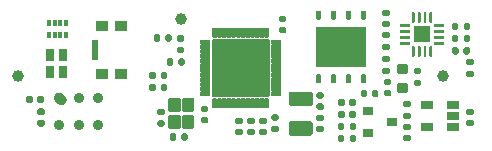
<source format=gbr>
G04 #@! TF.GenerationSoftware,KiCad,Pcbnew,5.1.10-88a1d61d58~90~ubuntu20.04.1*
G04 #@! TF.CreationDate,2021-11-22T21:12:46+01:00*
G04 #@! TF.ProjectId,nRF52832_qfaa,6e524635-3238-4333-925f-716661612e6b,rev?*
G04 #@! TF.SameCoordinates,Original*
G04 #@! TF.FileFunction,Soldermask,Top*
G04 #@! TF.FilePolarity,Negative*
%FSLAX45Y45*%
G04 Gerber Fmt 4.5, Leading zero omitted, Abs format (unit mm)*
G04 Created by KiCad (PCBNEW 5.1.10-88a1d61d58~90~ubuntu20.04.1) date 2021-11-22 21:12:46*
%MOMM*%
%LPD*%
G01*
G04 APERTURE LIST*
%ADD10R,1.450000X1.450000*%
%ADD11R,0.550000X1.700000*%
%ADD12R,1.000000X0.900000*%
%ADD13C,1.000000*%
%ADD14R,0.800000X1.000000*%
%ADD15R,4.300000X3.400000*%
%ADD16C,1.111200*%
%ADD17R,0.400000X0.500000*%
%ADD18R,0.300000X0.500000*%
%ADD19R,0.900000X0.800000*%
%ADD20R,1.060000X0.650000*%
%ADD21C,0.910000*%
G04 APERTURE END LIST*
D10*
X6520580Y-3180460D03*
G36*
G01*
X6626830Y-3092960D02*
X6701830Y-3092960D01*
G75*
G02*
X6708080Y-3099210I0J-6250D01*
G01*
X6708080Y-3111710D01*
G75*
G02*
X6701830Y-3117960I-6250J0D01*
G01*
X6626830Y-3117960D01*
G75*
G02*
X6620580Y-3111710I0J6250D01*
G01*
X6620580Y-3099210D01*
G75*
G02*
X6626830Y-3092960I6250J0D01*
G01*
G37*
G36*
G01*
X6626830Y-3142960D02*
X6701830Y-3142960D01*
G75*
G02*
X6708080Y-3149210I0J-6250D01*
G01*
X6708080Y-3161710D01*
G75*
G02*
X6701830Y-3167960I-6250J0D01*
G01*
X6626830Y-3167960D01*
G75*
G02*
X6620580Y-3161710I0J6250D01*
G01*
X6620580Y-3149210D01*
G75*
G02*
X6626830Y-3142960I6250J0D01*
G01*
G37*
G36*
G01*
X6626830Y-3192960D02*
X6701830Y-3192960D01*
G75*
G02*
X6708080Y-3199210I0J-6250D01*
G01*
X6708080Y-3211710D01*
G75*
G02*
X6701830Y-3217960I-6250J0D01*
G01*
X6626830Y-3217960D01*
G75*
G02*
X6620580Y-3211710I0J6250D01*
G01*
X6620580Y-3199210D01*
G75*
G02*
X6626830Y-3192960I6250J0D01*
G01*
G37*
G36*
G01*
X6626830Y-3242960D02*
X6701830Y-3242960D01*
G75*
G02*
X6708080Y-3249210I0J-6250D01*
G01*
X6708080Y-3261710D01*
G75*
G02*
X6701830Y-3267960I-6250J0D01*
G01*
X6626830Y-3267960D01*
G75*
G02*
X6620580Y-3261710I0J6250D01*
G01*
X6620580Y-3249210D01*
G75*
G02*
X6626830Y-3242960I6250J0D01*
G01*
G37*
G36*
G01*
X6589330Y-3280460D02*
X6601830Y-3280460D01*
G75*
G02*
X6608080Y-3286710I0J-6250D01*
G01*
X6608080Y-3361710D01*
G75*
G02*
X6601830Y-3367960I-6250J0D01*
G01*
X6589330Y-3367960D01*
G75*
G02*
X6583080Y-3361710I0J6250D01*
G01*
X6583080Y-3286710D01*
G75*
G02*
X6589330Y-3280460I6250J0D01*
G01*
G37*
G36*
G01*
X6539330Y-3280460D02*
X6551830Y-3280460D01*
G75*
G02*
X6558080Y-3286710I0J-6250D01*
G01*
X6558080Y-3361710D01*
G75*
G02*
X6551830Y-3367960I-6250J0D01*
G01*
X6539330Y-3367960D01*
G75*
G02*
X6533080Y-3361710I0J6250D01*
G01*
X6533080Y-3286710D01*
G75*
G02*
X6539330Y-3280460I6250J0D01*
G01*
G37*
G36*
G01*
X6489330Y-3280460D02*
X6501830Y-3280460D01*
G75*
G02*
X6508080Y-3286710I0J-6250D01*
G01*
X6508080Y-3361710D01*
G75*
G02*
X6501830Y-3367960I-6250J0D01*
G01*
X6489330Y-3367960D01*
G75*
G02*
X6483080Y-3361710I0J6250D01*
G01*
X6483080Y-3286710D01*
G75*
G02*
X6489330Y-3280460I6250J0D01*
G01*
G37*
G36*
G01*
X6439330Y-3280460D02*
X6451830Y-3280460D01*
G75*
G02*
X6458080Y-3286710I0J-6250D01*
G01*
X6458080Y-3361710D01*
G75*
G02*
X6451830Y-3367960I-6250J0D01*
G01*
X6439330Y-3367960D01*
G75*
G02*
X6433080Y-3361710I0J6250D01*
G01*
X6433080Y-3286710D01*
G75*
G02*
X6439330Y-3280460I6250J0D01*
G01*
G37*
G36*
G01*
X6339330Y-3242960D02*
X6414330Y-3242960D01*
G75*
G02*
X6420580Y-3249210I0J-6250D01*
G01*
X6420580Y-3261710D01*
G75*
G02*
X6414330Y-3267960I-6250J0D01*
G01*
X6339330Y-3267960D01*
G75*
G02*
X6333080Y-3261710I0J6250D01*
G01*
X6333080Y-3249210D01*
G75*
G02*
X6339330Y-3242960I6250J0D01*
G01*
G37*
G36*
G01*
X6339330Y-3192960D02*
X6414330Y-3192960D01*
G75*
G02*
X6420580Y-3199210I0J-6250D01*
G01*
X6420580Y-3211710D01*
G75*
G02*
X6414330Y-3217960I-6250J0D01*
G01*
X6339330Y-3217960D01*
G75*
G02*
X6333080Y-3211710I0J6250D01*
G01*
X6333080Y-3199210D01*
G75*
G02*
X6339330Y-3192960I6250J0D01*
G01*
G37*
G36*
G01*
X6339330Y-3142960D02*
X6414330Y-3142960D01*
G75*
G02*
X6420580Y-3149210I0J-6250D01*
G01*
X6420580Y-3161710D01*
G75*
G02*
X6414330Y-3167960I-6250J0D01*
G01*
X6339330Y-3167960D01*
G75*
G02*
X6333080Y-3161710I0J6250D01*
G01*
X6333080Y-3149210D01*
G75*
G02*
X6339330Y-3142960I6250J0D01*
G01*
G37*
G36*
G01*
X6339330Y-3092960D02*
X6414330Y-3092960D01*
G75*
G02*
X6420580Y-3099210I0J-6250D01*
G01*
X6420580Y-3111710D01*
G75*
G02*
X6414330Y-3117960I-6250J0D01*
G01*
X6339330Y-3117960D01*
G75*
G02*
X6333080Y-3111710I0J6250D01*
G01*
X6333080Y-3099210D01*
G75*
G02*
X6339330Y-3092960I6250J0D01*
G01*
G37*
G36*
G01*
X6439330Y-2992960D02*
X6451830Y-2992960D01*
G75*
G02*
X6458080Y-2999210I0J-6250D01*
G01*
X6458080Y-3074210D01*
G75*
G02*
X6451830Y-3080460I-6250J0D01*
G01*
X6439330Y-3080460D01*
G75*
G02*
X6433080Y-3074210I0J6250D01*
G01*
X6433080Y-2999210D01*
G75*
G02*
X6439330Y-2992960I6250J0D01*
G01*
G37*
G36*
G01*
X6489330Y-2992960D02*
X6501830Y-2992960D01*
G75*
G02*
X6508080Y-2999210I0J-6250D01*
G01*
X6508080Y-3074210D01*
G75*
G02*
X6501830Y-3080460I-6250J0D01*
G01*
X6489330Y-3080460D01*
G75*
G02*
X6483080Y-3074210I0J6250D01*
G01*
X6483080Y-2999210D01*
G75*
G02*
X6489330Y-2992960I6250J0D01*
G01*
G37*
G36*
G01*
X6539330Y-2992960D02*
X6551830Y-2992960D01*
G75*
G02*
X6558080Y-2999210I0J-6250D01*
G01*
X6558080Y-3074210D01*
G75*
G02*
X6551830Y-3080460I-6250J0D01*
G01*
X6539330Y-3080460D01*
G75*
G02*
X6533080Y-3074210I0J6250D01*
G01*
X6533080Y-2999210D01*
G75*
G02*
X6539330Y-2992960I6250J0D01*
G01*
G37*
G36*
G01*
X6589330Y-2992960D02*
X6601830Y-2992960D01*
G75*
G02*
X6608080Y-2999210I0J-6250D01*
G01*
X6608080Y-3074210D01*
G75*
G02*
X6601830Y-3080460I-6250J0D01*
G01*
X6589330Y-3080460D01*
G75*
G02*
X6583080Y-3074210I0J6250D01*
G01*
X6583080Y-2999210D01*
G75*
G02*
X6589330Y-2992960I6250J0D01*
G01*
G37*
D11*
X3751580Y-3312160D03*
D12*
X3814080Y-3107160D03*
X3974080Y-3107160D03*
X3974080Y-3517160D03*
X3814080Y-3517160D03*
D13*
X4475480Y-3045460D03*
G36*
G01*
X4345880Y-3227560D02*
X4345880Y-3193560D01*
G75*
G02*
X4359880Y-3179560I14000J0D01*
G01*
X4387880Y-3179560D01*
G75*
G02*
X4401880Y-3193560I0J-14000D01*
G01*
X4401880Y-3227560D01*
G75*
G02*
X4387880Y-3241560I-14000J0D01*
G01*
X4359880Y-3241560D01*
G75*
G02*
X4345880Y-3227560I0J14000D01*
G01*
G37*
G36*
G01*
X4249880Y-3227560D02*
X4249880Y-3193560D01*
G75*
G02*
X4263880Y-3179560I14000J0D01*
G01*
X4291880Y-3179560D01*
G75*
G02*
X4305880Y-3193560I0J-14000D01*
G01*
X4305880Y-3227560D01*
G75*
G02*
X4291880Y-3241560I-14000J0D01*
G01*
X4263880Y-3241560D01*
G75*
G02*
X4249880Y-3227560I0J14000D01*
G01*
G37*
G36*
G01*
X4953780Y-3979860D02*
X4987780Y-3979860D01*
G75*
G02*
X5001780Y-3993860I0J-14000D01*
G01*
X5001780Y-4021860D01*
G75*
G02*
X4987780Y-4035860I-14000J0D01*
G01*
X4953780Y-4035860D01*
G75*
G02*
X4939780Y-4021860I0J14000D01*
G01*
X4939780Y-3993860D01*
G75*
G02*
X4953780Y-3979860I14000J0D01*
G01*
G37*
G36*
G01*
X4953780Y-3883860D02*
X4987780Y-3883860D01*
G75*
G02*
X5001780Y-3897860I0J-14000D01*
G01*
X5001780Y-3925860D01*
G75*
G02*
X4987780Y-3939860I-14000J0D01*
G01*
X4953780Y-3939860D01*
G75*
G02*
X4939780Y-3925860I0J14000D01*
G01*
X4939780Y-3897860D01*
G75*
G02*
X4953780Y-3883860I14000J0D01*
G01*
G37*
G36*
G01*
X6376180Y-4030660D02*
X6410180Y-4030660D01*
G75*
G02*
X6424180Y-4044660I0J-14000D01*
G01*
X6424180Y-4072660D01*
G75*
G02*
X6410180Y-4086660I-14000J0D01*
G01*
X6376180Y-4086660D01*
G75*
G02*
X6362180Y-4072660I0J14000D01*
G01*
X6362180Y-4044660D01*
G75*
G02*
X6376180Y-4030660I14000J0D01*
G01*
G37*
G36*
G01*
X6376180Y-3934660D02*
X6410180Y-3934660D01*
G75*
G02*
X6424180Y-3948660I0J-14000D01*
G01*
X6424180Y-3976660D01*
G75*
G02*
X6410180Y-3990660I-14000J0D01*
G01*
X6376180Y-3990660D01*
G75*
G02*
X6362180Y-3976660I0J14000D01*
G01*
X6362180Y-3948660D01*
G75*
G02*
X6376180Y-3934660I14000J0D01*
G01*
G37*
G36*
G01*
X6943580Y-3863660D02*
X6909580Y-3863660D01*
G75*
G02*
X6895580Y-3849660I0J14000D01*
G01*
X6895580Y-3821660D01*
G75*
G02*
X6909580Y-3807660I14000J0D01*
G01*
X6943580Y-3807660D01*
G75*
G02*
X6957580Y-3821660I0J-14000D01*
G01*
X6957580Y-3849660D01*
G75*
G02*
X6943580Y-3863660I-14000J0D01*
G01*
G37*
G36*
G01*
X6943580Y-3959660D02*
X6909580Y-3959660D01*
G75*
G02*
X6895580Y-3945660I0J14000D01*
G01*
X6895580Y-3917660D01*
G75*
G02*
X6909580Y-3903660I14000J0D01*
G01*
X6943580Y-3903660D01*
G75*
G02*
X6957580Y-3917660I0J-14000D01*
G01*
X6957580Y-3945660D01*
G75*
G02*
X6943580Y-3959660I-14000J0D01*
G01*
G37*
G36*
G01*
X6198380Y-3065460D02*
X6232380Y-3065460D01*
G75*
G02*
X6246380Y-3079460I0J-14000D01*
G01*
X6246380Y-3107460D01*
G75*
G02*
X6232380Y-3121460I-14000J0D01*
G01*
X6198380Y-3121460D01*
G75*
G02*
X6184380Y-3107460I0J14000D01*
G01*
X6184380Y-3079460D01*
G75*
G02*
X6198380Y-3065460I14000J0D01*
G01*
G37*
G36*
G01*
X6198380Y-2969460D02*
X6232380Y-2969460D01*
G75*
G02*
X6246380Y-2983460I0J-14000D01*
G01*
X6246380Y-3011460D01*
G75*
G02*
X6232380Y-3025460I-14000J0D01*
G01*
X6198380Y-3025460D01*
G75*
G02*
X6184380Y-3011460I0J14000D01*
G01*
X6184380Y-2983460D01*
G75*
G02*
X6198380Y-2969460I14000J0D01*
G01*
G37*
X3096280Y-3533460D03*
X6696280Y-3533460D03*
D14*
X3476380Y-3501460D03*
X3476380Y-3351460D03*
X3366380Y-3351460D03*
X3366380Y-3501460D03*
G36*
G01*
X4497180Y-3719100D02*
X4582180Y-3719100D01*
G75*
G02*
X4592340Y-3729260I0J-10160D01*
G01*
X4592340Y-3824260D01*
G75*
G02*
X4582180Y-3834420I-10160J0D01*
G01*
X4497180Y-3834420D01*
G75*
G02*
X4487020Y-3824260I0J10160D01*
G01*
X4487020Y-3729260D01*
G75*
G02*
X4497180Y-3719100I10160J0D01*
G01*
G37*
G36*
G01*
X4497180Y-3864100D02*
X4582180Y-3864100D01*
G75*
G02*
X4592340Y-3874260I0J-10160D01*
G01*
X4592340Y-3969260D01*
G75*
G02*
X4582180Y-3979420I-10160J0D01*
G01*
X4497180Y-3979420D01*
G75*
G02*
X4487020Y-3969260I0J10160D01*
G01*
X4487020Y-3874260D01*
G75*
G02*
X4497180Y-3864100I10160J0D01*
G01*
G37*
G36*
G01*
X4382180Y-3864100D02*
X4467180Y-3864100D01*
G75*
G02*
X4477340Y-3874260I0J-10160D01*
G01*
X4477340Y-3969260D01*
G75*
G02*
X4467180Y-3979420I-10160J0D01*
G01*
X4382180Y-3979420D01*
G75*
G02*
X4372020Y-3969260I0J10160D01*
G01*
X4372020Y-3874260D01*
G75*
G02*
X4382180Y-3864100I10160J0D01*
G01*
G37*
G36*
G01*
X4382180Y-3719100D02*
X4467180Y-3719100D01*
G75*
G02*
X4477340Y-3729260I0J-10160D01*
G01*
X4477340Y-3824260D01*
G75*
G02*
X4467180Y-3834420I-10160J0D01*
G01*
X4382180Y-3834420D01*
G75*
G02*
X4372020Y-3824260I0J10160D01*
G01*
X4372020Y-3729260D01*
G75*
G02*
X4382180Y-3719100I10160J0D01*
G01*
G37*
G36*
G01*
X5583280Y-3786620D02*
X5403280Y-3786620D01*
G75*
G02*
X5393120Y-3776460I0J10160D01*
G01*
X5393120Y-3676460D01*
G75*
G02*
X5403280Y-3666300I10160J0D01*
G01*
X5583280Y-3666300D01*
G75*
G02*
X5593440Y-3676460I0J-10160D01*
G01*
X5593440Y-3776460D01*
G75*
G02*
X5583280Y-3786620I-10160J0D01*
G01*
G37*
G36*
G01*
X5583280Y-4036620D02*
X5403280Y-4036620D01*
G75*
G02*
X5393120Y-4026460I0J10160D01*
G01*
X5393120Y-3926460D01*
G75*
G02*
X5403280Y-3916300I10160J0D01*
G01*
X5583280Y-3916300D01*
G75*
G02*
X5593440Y-3926460I0J-10160D01*
G01*
X5593440Y-4026460D01*
G75*
G02*
X5583280Y-4036620I-10160J0D01*
G01*
G37*
G36*
G01*
X6012380Y-2979260D02*
X6037380Y-2979260D01*
G75*
G02*
X6049880Y-2991760I0J-12500D01*
G01*
X6049880Y-3041760D01*
G75*
G02*
X6037380Y-3054260I-12500J0D01*
G01*
X6012380Y-3054260D01*
G75*
G02*
X5999880Y-3041760I0J12500D01*
G01*
X5999880Y-2991760D01*
G75*
G02*
X6012380Y-2979260I12500J0D01*
G01*
G37*
G36*
G01*
X5885380Y-2979260D02*
X5910380Y-2979260D01*
G75*
G02*
X5922880Y-2991760I0J-12500D01*
G01*
X5922880Y-3041760D01*
G75*
G02*
X5910380Y-3054260I-12500J0D01*
G01*
X5885380Y-3054260D01*
G75*
G02*
X5872880Y-3041760I0J12500D01*
G01*
X5872880Y-2991760D01*
G75*
G02*
X5885380Y-2979260I12500J0D01*
G01*
G37*
G36*
G01*
X5758380Y-2979260D02*
X5783380Y-2979260D01*
G75*
G02*
X5795880Y-2991760I0J-12500D01*
G01*
X5795880Y-3041760D01*
G75*
G02*
X5783380Y-3054260I-12500J0D01*
G01*
X5758380Y-3054260D01*
G75*
G02*
X5745880Y-3041760I0J12500D01*
G01*
X5745880Y-2991760D01*
G75*
G02*
X5758380Y-2979260I12500J0D01*
G01*
G37*
G36*
G01*
X5631380Y-2979260D02*
X5656380Y-2979260D01*
G75*
G02*
X5668880Y-2991760I0J-12500D01*
G01*
X5668880Y-3041760D01*
G75*
G02*
X5656380Y-3054260I-12500J0D01*
G01*
X5631380Y-3054260D01*
G75*
G02*
X5618880Y-3041760I0J12500D01*
G01*
X5618880Y-2991760D01*
G75*
G02*
X5631380Y-2979260I12500J0D01*
G01*
G37*
G36*
G01*
X5631380Y-3519260D02*
X5656380Y-3519260D01*
G75*
G02*
X5668880Y-3531760I0J-12500D01*
G01*
X5668880Y-3581760D01*
G75*
G02*
X5656380Y-3594260I-12500J0D01*
G01*
X5631380Y-3594260D01*
G75*
G02*
X5618880Y-3581760I0J12500D01*
G01*
X5618880Y-3531760D01*
G75*
G02*
X5631380Y-3519260I12500J0D01*
G01*
G37*
G36*
G01*
X5758380Y-3519260D02*
X5783380Y-3519260D01*
G75*
G02*
X5795880Y-3531760I0J-12500D01*
G01*
X5795880Y-3581760D01*
G75*
G02*
X5783380Y-3594260I-12500J0D01*
G01*
X5758380Y-3594260D01*
G75*
G02*
X5745880Y-3581760I0J12500D01*
G01*
X5745880Y-3531760D01*
G75*
G02*
X5758380Y-3519260I12500J0D01*
G01*
G37*
G36*
G01*
X5885380Y-3519260D02*
X5910380Y-3519260D01*
G75*
G02*
X5922880Y-3531760I0J-12500D01*
G01*
X5922880Y-3581760D01*
G75*
G02*
X5910380Y-3594260I-12500J0D01*
G01*
X5885380Y-3594260D01*
G75*
G02*
X5872880Y-3581760I0J12500D01*
G01*
X5872880Y-3531760D01*
G75*
G02*
X5885380Y-3519260I12500J0D01*
G01*
G37*
G36*
G01*
X6012380Y-3519260D02*
X6037380Y-3519260D01*
G75*
G02*
X6049880Y-3531760I0J-12500D01*
G01*
X6049880Y-3581760D01*
G75*
G02*
X6037380Y-3594260I-12500J0D01*
G01*
X6012380Y-3594260D01*
G75*
G02*
X5999880Y-3581760I0J12500D01*
G01*
X5999880Y-3531760D01*
G75*
G02*
X6012380Y-3519260I12500J0D01*
G01*
G37*
D15*
X5834380Y-3286760D03*
G36*
G01*
X5327740Y-3670448D02*
X5327740Y-3698672D01*
G75*
G02*
X5321692Y-3704720I-6048J0D01*
G01*
X5248468Y-3704720D01*
G75*
G02*
X5242420Y-3698672I0J6048D01*
G01*
X5242420Y-3670448D01*
G75*
G02*
X5248468Y-3664400I6048J0D01*
G01*
X5321692Y-3664400D01*
G75*
G02*
X5327740Y-3670448I0J-6048D01*
G01*
G37*
G36*
G01*
X5327740Y-3630448D02*
X5327740Y-3658672D01*
G75*
G02*
X5321692Y-3664720I-6048J0D01*
G01*
X5248468Y-3664720D01*
G75*
G02*
X5242420Y-3658672I0J6048D01*
G01*
X5242420Y-3630448D01*
G75*
G02*
X5248468Y-3624400I6048J0D01*
G01*
X5321692Y-3624400D01*
G75*
G02*
X5327740Y-3630448I0J-6048D01*
G01*
G37*
G36*
G01*
X5327740Y-3590448D02*
X5327740Y-3618672D01*
G75*
G02*
X5321692Y-3624720I-6048J0D01*
G01*
X5248468Y-3624720D01*
G75*
G02*
X5242420Y-3618672I0J6048D01*
G01*
X5242420Y-3590448D01*
G75*
G02*
X5248468Y-3584400I6048J0D01*
G01*
X5321692Y-3584400D01*
G75*
G02*
X5327740Y-3590448I0J-6048D01*
G01*
G37*
G36*
G01*
X5327740Y-3550448D02*
X5327740Y-3578672D01*
G75*
G02*
X5321692Y-3584720I-6048J0D01*
G01*
X5248468Y-3584720D01*
G75*
G02*
X5242420Y-3578672I0J6048D01*
G01*
X5242420Y-3550448D01*
G75*
G02*
X5248468Y-3544400I6048J0D01*
G01*
X5321692Y-3544400D01*
G75*
G02*
X5327740Y-3550448I0J-6048D01*
G01*
G37*
G36*
G01*
X5327740Y-3510448D02*
X5327740Y-3538672D01*
G75*
G02*
X5321692Y-3544720I-6048J0D01*
G01*
X5248468Y-3544720D01*
G75*
G02*
X5242420Y-3538672I0J6048D01*
G01*
X5242420Y-3510448D01*
G75*
G02*
X5248468Y-3504400I6048J0D01*
G01*
X5321692Y-3504400D01*
G75*
G02*
X5327740Y-3510448I0J-6048D01*
G01*
G37*
G36*
G01*
X5327740Y-3470448D02*
X5327740Y-3498672D01*
G75*
G02*
X5321692Y-3504720I-6048J0D01*
G01*
X5248468Y-3504720D01*
G75*
G02*
X5242420Y-3498672I0J6048D01*
G01*
X5242420Y-3470448D01*
G75*
G02*
X5248468Y-3464400I6048J0D01*
G01*
X5321692Y-3464400D01*
G75*
G02*
X5327740Y-3470448I0J-6048D01*
G01*
G37*
G36*
G01*
X5327740Y-3430448D02*
X5327740Y-3458672D01*
G75*
G02*
X5321692Y-3464720I-6048J0D01*
G01*
X5248468Y-3464720D01*
G75*
G02*
X5242420Y-3458672I0J6048D01*
G01*
X5242420Y-3430448D01*
G75*
G02*
X5248468Y-3424400I6048J0D01*
G01*
X5321692Y-3424400D01*
G75*
G02*
X5327740Y-3430448I0J-6048D01*
G01*
G37*
G36*
G01*
X5327740Y-3390448D02*
X5327740Y-3418672D01*
G75*
G02*
X5321692Y-3424720I-6048J0D01*
G01*
X5248468Y-3424720D01*
G75*
G02*
X5242420Y-3418672I0J6048D01*
G01*
X5242420Y-3390448D01*
G75*
G02*
X5248468Y-3384400I6048J0D01*
G01*
X5321692Y-3384400D01*
G75*
G02*
X5327740Y-3390448I0J-6048D01*
G01*
G37*
G36*
G01*
X5327740Y-3350448D02*
X5327740Y-3378672D01*
G75*
G02*
X5321692Y-3384720I-6048J0D01*
G01*
X5248468Y-3384720D01*
G75*
G02*
X5242420Y-3378672I0J6048D01*
G01*
X5242420Y-3350448D01*
G75*
G02*
X5248468Y-3344400I6048J0D01*
G01*
X5321692Y-3344400D01*
G75*
G02*
X5327740Y-3350448I0J-6048D01*
G01*
G37*
G36*
G01*
X5327740Y-3310448D02*
X5327740Y-3338672D01*
G75*
G02*
X5321692Y-3344720I-6048J0D01*
G01*
X5248468Y-3344720D01*
G75*
G02*
X5242420Y-3338672I0J6048D01*
G01*
X5242420Y-3310448D01*
G75*
G02*
X5248468Y-3304400I6048J0D01*
G01*
X5321692Y-3304400D01*
G75*
G02*
X5327740Y-3310448I0J-6048D01*
G01*
G37*
G36*
G01*
X5327740Y-3270448D02*
X5327740Y-3298672D01*
G75*
G02*
X5321692Y-3304720I-6048J0D01*
G01*
X5248468Y-3304720D01*
G75*
G02*
X5242420Y-3298672I0J6048D01*
G01*
X5242420Y-3270448D01*
G75*
G02*
X5248468Y-3264400I6048J0D01*
G01*
X5321692Y-3264400D01*
G75*
G02*
X5327740Y-3270448I0J-6048D01*
G01*
G37*
G36*
G01*
X5327740Y-3230448D02*
X5327740Y-3258672D01*
G75*
G02*
X5321692Y-3264720I-6048J0D01*
G01*
X5248468Y-3264720D01*
G75*
G02*
X5242420Y-3258672I0J6048D01*
G01*
X5242420Y-3230448D01*
G75*
G02*
X5248468Y-3224400I6048J0D01*
G01*
X5321692Y-3224400D01*
G75*
G02*
X5327740Y-3230448I0J-6048D01*
G01*
G37*
G36*
G01*
X5190968Y-3121900D02*
X5219192Y-3121900D01*
G75*
G02*
X5225240Y-3127948I0J-6048D01*
G01*
X5225240Y-3201172D01*
G75*
G02*
X5219192Y-3207220I-6048J0D01*
G01*
X5190968Y-3207220D01*
G75*
G02*
X5184920Y-3201172I0J6048D01*
G01*
X5184920Y-3127948D01*
G75*
G02*
X5190968Y-3121900I6048J0D01*
G01*
G37*
G36*
G01*
X5150968Y-3121900D02*
X5179192Y-3121900D01*
G75*
G02*
X5185240Y-3127948I0J-6048D01*
G01*
X5185240Y-3201172D01*
G75*
G02*
X5179192Y-3207220I-6048J0D01*
G01*
X5150968Y-3207220D01*
G75*
G02*
X5144920Y-3201172I0J6048D01*
G01*
X5144920Y-3127948D01*
G75*
G02*
X5150968Y-3121900I6048J0D01*
G01*
G37*
G36*
G01*
X5110968Y-3121900D02*
X5139192Y-3121900D01*
G75*
G02*
X5145240Y-3127948I0J-6048D01*
G01*
X5145240Y-3201172D01*
G75*
G02*
X5139192Y-3207220I-6048J0D01*
G01*
X5110968Y-3207220D01*
G75*
G02*
X5104920Y-3201172I0J6048D01*
G01*
X5104920Y-3127948D01*
G75*
G02*
X5110968Y-3121900I6048J0D01*
G01*
G37*
G36*
G01*
X5070968Y-3121900D02*
X5099192Y-3121900D01*
G75*
G02*
X5105240Y-3127948I0J-6048D01*
G01*
X5105240Y-3201172D01*
G75*
G02*
X5099192Y-3207220I-6048J0D01*
G01*
X5070968Y-3207220D01*
G75*
G02*
X5064920Y-3201172I0J6048D01*
G01*
X5064920Y-3127948D01*
G75*
G02*
X5070968Y-3121900I6048J0D01*
G01*
G37*
G36*
G01*
X5030968Y-3121900D02*
X5059192Y-3121900D01*
G75*
G02*
X5065240Y-3127948I0J-6048D01*
G01*
X5065240Y-3201172D01*
G75*
G02*
X5059192Y-3207220I-6048J0D01*
G01*
X5030968Y-3207220D01*
G75*
G02*
X5024920Y-3201172I0J6048D01*
G01*
X5024920Y-3127948D01*
G75*
G02*
X5030968Y-3121900I6048J0D01*
G01*
G37*
G36*
G01*
X4990968Y-3121900D02*
X5019192Y-3121900D01*
G75*
G02*
X5025240Y-3127948I0J-6048D01*
G01*
X5025240Y-3201172D01*
G75*
G02*
X5019192Y-3207220I-6048J0D01*
G01*
X4990968Y-3207220D01*
G75*
G02*
X4984920Y-3201172I0J6048D01*
G01*
X4984920Y-3127948D01*
G75*
G02*
X4990968Y-3121900I6048J0D01*
G01*
G37*
G36*
G01*
X4950968Y-3121900D02*
X4979192Y-3121900D01*
G75*
G02*
X4985240Y-3127948I0J-6048D01*
G01*
X4985240Y-3201172D01*
G75*
G02*
X4979192Y-3207220I-6048J0D01*
G01*
X4950968Y-3207220D01*
G75*
G02*
X4944920Y-3201172I0J6048D01*
G01*
X4944920Y-3127948D01*
G75*
G02*
X4950968Y-3121900I6048J0D01*
G01*
G37*
G36*
G01*
X4910968Y-3121900D02*
X4939192Y-3121900D01*
G75*
G02*
X4945240Y-3127948I0J-6048D01*
G01*
X4945240Y-3201172D01*
G75*
G02*
X4939192Y-3207220I-6048J0D01*
G01*
X4910968Y-3207220D01*
G75*
G02*
X4904920Y-3201172I0J6048D01*
G01*
X4904920Y-3127948D01*
G75*
G02*
X4910968Y-3121900I6048J0D01*
G01*
G37*
G36*
G01*
X4870968Y-3121900D02*
X4899192Y-3121900D01*
G75*
G02*
X4905240Y-3127948I0J-6048D01*
G01*
X4905240Y-3201172D01*
G75*
G02*
X4899192Y-3207220I-6048J0D01*
G01*
X4870968Y-3207220D01*
G75*
G02*
X4864920Y-3201172I0J6048D01*
G01*
X4864920Y-3127948D01*
G75*
G02*
X4870968Y-3121900I6048J0D01*
G01*
G37*
G36*
G01*
X4830968Y-3121900D02*
X4859192Y-3121900D01*
G75*
G02*
X4865240Y-3127948I0J-6048D01*
G01*
X4865240Y-3201172D01*
G75*
G02*
X4859192Y-3207220I-6048J0D01*
G01*
X4830968Y-3207220D01*
G75*
G02*
X4824920Y-3201172I0J6048D01*
G01*
X4824920Y-3127948D01*
G75*
G02*
X4830968Y-3121900I6048J0D01*
G01*
G37*
G36*
G01*
X4790968Y-3121900D02*
X4819192Y-3121900D01*
G75*
G02*
X4825240Y-3127948I0J-6048D01*
G01*
X4825240Y-3201172D01*
G75*
G02*
X4819192Y-3207220I-6048J0D01*
G01*
X4790968Y-3207220D01*
G75*
G02*
X4784920Y-3201172I0J6048D01*
G01*
X4784920Y-3127948D01*
G75*
G02*
X4790968Y-3121900I6048J0D01*
G01*
G37*
G36*
G01*
X4750968Y-3121900D02*
X4779192Y-3121900D01*
G75*
G02*
X4785240Y-3127948I0J-6048D01*
G01*
X4785240Y-3201172D01*
G75*
G02*
X4779192Y-3207220I-6048J0D01*
G01*
X4750968Y-3207220D01*
G75*
G02*
X4744920Y-3201172I0J6048D01*
G01*
X4744920Y-3127948D01*
G75*
G02*
X4750968Y-3121900I6048J0D01*
G01*
G37*
G36*
G01*
X4642420Y-3258672D02*
X4642420Y-3230448D01*
G75*
G02*
X4648468Y-3224400I6048J0D01*
G01*
X4721692Y-3224400D01*
G75*
G02*
X4727740Y-3230448I0J-6048D01*
G01*
X4727740Y-3258672D01*
G75*
G02*
X4721692Y-3264720I-6048J0D01*
G01*
X4648468Y-3264720D01*
G75*
G02*
X4642420Y-3258672I0J6048D01*
G01*
G37*
G36*
G01*
X4642420Y-3298672D02*
X4642420Y-3270448D01*
G75*
G02*
X4648468Y-3264400I6048J0D01*
G01*
X4721692Y-3264400D01*
G75*
G02*
X4727740Y-3270448I0J-6048D01*
G01*
X4727740Y-3298672D01*
G75*
G02*
X4721692Y-3304720I-6048J0D01*
G01*
X4648468Y-3304720D01*
G75*
G02*
X4642420Y-3298672I0J6048D01*
G01*
G37*
G36*
G01*
X4642420Y-3338672D02*
X4642420Y-3310448D01*
G75*
G02*
X4648468Y-3304400I6048J0D01*
G01*
X4721692Y-3304400D01*
G75*
G02*
X4727740Y-3310448I0J-6048D01*
G01*
X4727740Y-3338672D01*
G75*
G02*
X4721692Y-3344720I-6048J0D01*
G01*
X4648468Y-3344720D01*
G75*
G02*
X4642420Y-3338672I0J6048D01*
G01*
G37*
G36*
G01*
X4642420Y-3378672D02*
X4642420Y-3350448D01*
G75*
G02*
X4648468Y-3344400I6048J0D01*
G01*
X4721692Y-3344400D01*
G75*
G02*
X4727740Y-3350448I0J-6048D01*
G01*
X4727740Y-3378672D01*
G75*
G02*
X4721692Y-3384720I-6048J0D01*
G01*
X4648468Y-3384720D01*
G75*
G02*
X4642420Y-3378672I0J6048D01*
G01*
G37*
G36*
G01*
X4642420Y-3418672D02*
X4642420Y-3390448D01*
G75*
G02*
X4648468Y-3384400I6048J0D01*
G01*
X4721692Y-3384400D01*
G75*
G02*
X4727740Y-3390448I0J-6048D01*
G01*
X4727740Y-3418672D01*
G75*
G02*
X4721692Y-3424720I-6048J0D01*
G01*
X4648468Y-3424720D01*
G75*
G02*
X4642420Y-3418672I0J6048D01*
G01*
G37*
G36*
G01*
X4642420Y-3458672D02*
X4642420Y-3430448D01*
G75*
G02*
X4648468Y-3424400I6048J0D01*
G01*
X4721692Y-3424400D01*
G75*
G02*
X4727740Y-3430448I0J-6048D01*
G01*
X4727740Y-3458672D01*
G75*
G02*
X4721692Y-3464720I-6048J0D01*
G01*
X4648468Y-3464720D01*
G75*
G02*
X4642420Y-3458672I0J6048D01*
G01*
G37*
G36*
G01*
X4642420Y-3498672D02*
X4642420Y-3470448D01*
G75*
G02*
X4648468Y-3464400I6048J0D01*
G01*
X4721692Y-3464400D01*
G75*
G02*
X4727740Y-3470448I0J-6048D01*
G01*
X4727740Y-3498672D01*
G75*
G02*
X4721692Y-3504720I-6048J0D01*
G01*
X4648468Y-3504720D01*
G75*
G02*
X4642420Y-3498672I0J6048D01*
G01*
G37*
G36*
G01*
X4642420Y-3538672D02*
X4642420Y-3510448D01*
G75*
G02*
X4648468Y-3504400I6048J0D01*
G01*
X4721692Y-3504400D01*
G75*
G02*
X4727740Y-3510448I0J-6048D01*
G01*
X4727740Y-3538672D01*
G75*
G02*
X4721692Y-3544720I-6048J0D01*
G01*
X4648468Y-3544720D01*
G75*
G02*
X4642420Y-3538672I0J6048D01*
G01*
G37*
G36*
G01*
X4642420Y-3578672D02*
X4642420Y-3550448D01*
G75*
G02*
X4648468Y-3544400I6048J0D01*
G01*
X4721692Y-3544400D01*
G75*
G02*
X4727740Y-3550448I0J-6048D01*
G01*
X4727740Y-3578672D01*
G75*
G02*
X4721692Y-3584720I-6048J0D01*
G01*
X4648468Y-3584720D01*
G75*
G02*
X4642420Y-3578672I0J6048D01*
G01*
G37*
G36*
G01*
X4642420Y-3618672D02*
X4642420Y-3590448D01*
G75*
G02*
X4648468Y-3584400I6048J0D01*
G01*
X4721692Y-3584400D01*
G75*
G02*
X4727740Y-3590448I0J-6048D01*
G01*
X4727740Y-3618672D01*
G75*
G02*
X4721692Y-3624720I-6048J0D01*
G01*
X4648468Y-3624720D01*
G75*
G02*
X4642420Y-3618672I0J6048D01*
G01*
G37*
G36*
G01*
X4642420Y-3658672D02*
X4642420Y-3630448D01*
G75*
G02*
X4648468Y-3624400I6048J0D01*
G01*
X4721692Y-3624400D01*
G75*
G02*
X4727740Y-3630448I0J-6048D01*
G01*
X4727740Y-3658672D01*
G75*
G02*
X4721692Y-3664720I-6048J0D01*
G01*
X4648468Y-3664720D01*
G75*
G02*
X4642420Y-3658672I0J6048D01*
G01*
G37*
G36*
G01*
X4642420Y-3698672D02*
X4642420Y-3670448D01*
G75*
G02*
X4648468Y-3664400I6048J0D01*
G01*
X4721692Y-3664400D01*
G75*
G02*
X4727740Y-3670448I0J-6048D01*
G01*
X4727740Y-3698672D01*
G75*
G02*
X4721692Y-3704720I-6048J0D01*
G01*
X4648468Y-3704720D01*
G75*
G02*
X4642420Y-3698672I0J6048D01*
G01*
G37*
G36*
G01*
X4779192Y-3807220D02*
X4750968Y-3807220D01*
G75*
G02*
X4744920Y-3801172I0J6048D01*
G01*
X4744920Y-3727948D01*
G75*
G02*
X4750968Y-3721900I6048J0D01*
G01*
X4779192Y-3721900D01*
G75*
G02*
X4785240Y-3727948I0J-6048D01*
G01*
X4785240Y-3801172D01*
G75*
G02*
X4779192Y-3807220I-6048J0D01*
G01*
G37*
G36*
G01*
X4819192Y-3807220D02*
X4790968Y-3807220D01*
G75*
G02*
X4784920Y-3801172I0J6048D01*
G01*
X4784920Y-3727948D01*
G75*
G02*
X4790968Y-3721900I6048J0D01*
G01*
X4819192Y-3721900D01*
G75*
G02*
X4825240Y-3727948I0J-6048D01*
G01*
X4825240Y-3801172D01*
G75*
G02*
X4819192Y-3807220I-6048J0D01*
G01*
G37*
G36*
G01*
X4859192Y-3807220D02*
X4830968Y-3807220D01*
G75*
G02*
X4824920Y-3801172I0J6048D01*
G01*
X4824920Y-3727948D01*
G75*
G02*
X4830968Y-3721900I6048J0D01*
G01*
X4859192Y-3721900D01*
G75*
G02*
X4865240Y-3727948I0J-6048D01*
G01*
X4865240Y-3801172D01*
G75*
G02*
X4859192Y-3807220I-6048J0D01*
G01*
G37*
G36*
G01*
X4899192Y-3807220D02*
X4870968Y-3807220D01*
G75*
G02*
X4864920Y-3801172I0J6048D01*
G01*
X4864920Y-3727948D01*
G75*
G02*
X4870968Y-3721900I6048J0D01*
G01*
X4899192Y-3721900D01*
G75*
G02*
X4905240Y-3727948I0J-6048D01*
G01*
X4905240Y-3801172D01*
G75*
G02*
X4899192Y-3807220I-6048J0D01*
G01*
G37*
G36*
G01*
X4939192Y-3807220D02*
X4910968Y-3807220D01*
G75*
G02*
X4904920Y-3801172I0J6048D01*
G01*
X4904920Y-3727948D01*
G75*
G02*
X4910968Y-3721900I6048J0D01*
G01*
X4939192Y-3721900D01*
G75*
G02*
X4945240Y-3727948I0J-6048D01*
G01*
X4945240Y-3801172D01*
G75*
G02*
X4939192Y-3807220I-6048J0D01*
G01*
G37*
G36*
G01*
X4979192Y-3807220D02*
X4950968Y-3807220D01*
G75*
G02*
X4944920Y-3801172I0J6048D01*
G01*
X4944920Y-3727948D01*
G75*
G02*
X4950968Y-3721900I6048J0D01*
G01*
X4979192Y-3721900D01*
G75*
G02*
X4985240Y-3727948I0J-6048D01*
G01*
X4985240Y-3801172D01*
G75*
G02*
X4979192Y-3807220I-6048J0D01*
G01*
G37*
G36*
G01*
X5019192Y-3807220D02*
X4990968Y-3807220D01*
G75*
G02*
X4984920Y-3801172I0J6048D01*
G01*
X4984920Y-3727948D01*
G75*
G02*
X4990968Y-3721900I6048J0D01*
G01*
X5019192Y-3721900D01*
G75*
G02*
X5025240Y-3727948I0J-6048D01*
G01*
X5025240Y-3801172D01*
G75*
G02*
X5019192Y-3807220I-6048J0D01*
G01*
G37*
G36*
G01*
X5059192Y-3807220D02*
X5030968Y-3807220D01*
G75*
G02*
X5024920Y-3801172I0J6048D01*
G01*
X5024920Y-3727948D01*
G75*
G02*
X5030968Y-3721900I6048J0D01*
G01*
X5059192Y-3721900D01*
G75*
G02*
X5065240Y-3727948I0J-6048D01*
G01*
X5065240Y-3801172D01*
G75*
G02*
X5059192Y-3807220I-6048J0D01*
G01*
G37*
G36*
G01*
X5099192Y-3807220D02*
X5070968Y-3807220D01*
G75*
G02*
X5064920Y-3801172I0J6048D01*
G01*
X5064920Y-3727948D01*
G75*
G02*
X5070968Y-3721900I6048J0D01*
G01*
X5099192Y-3721900D01*
G75*
G02*
X5105240Y-3727948I0J-6048D01*
G01*
X5105240Y-3801172D01*
G75*
G02*
X5099192Y-3807220I-6048J0D01*
G01*
G37*
G36*
G01*
X5139192Y-3807220D02*
X5110968Y-3807220D01*
G75*
G02*
X5104920Y-3801172I0J6048D01*
G01*
X5104920Y-3727948D01*
G75*
G02*
X5110968Y-3721900I6048J0D01*
G01*
X5139192Y-3721900D01*
G75*
G02*
X5145240Y-3727948I0J-6048D01*
G01*
X5145240Y-3801172D01*
G75*
G02*
X5139192Y-3807220I-6048J0D01*
G01*
G37*
G36*
G01*
X5179192Y-3807220D02*
X5150968Y-3807220D01*
G75*
G02*
X5144920Y-3801172I0J6048D01*
G01*
X5144920Y-3727948D01*
G75*
G02*
X5150968Y-3721900I6048J0D01*
G01*
X5179192Y-3721900D01*
G75*
G02*
X5185240Y-3727948I0J-6048D01*
G01*
X5185240Y-3801172D01*
G75*
G02*
X5179192Y-3807220I-6048J0D01*
G01*
G37*
G36*
G01*
X5219192Y-3807220D02*
X5190968Y-3807220D01*
G75*
G02*
X5184920Y-3801172I0J6048D01*
G01*
X5184920Y-3727948D01*
G75*
G02*
X5190968Y-3721900I6048J0D01*
G01*
X5219192Y-3721900D01*
G75*
G02*
X5225240Y-3727948I0J-6048D01*
G01*
X5225240Y-3801172D01*
G75*
G02*
X5219192Y-3807220I-6048J0D01*
G01*
G37*
G36*
G01*
X5220080Y-3709720D02*
X4750080Y-3709720D01*
G75*
G02*
X4739920Y-3699560I0J10160D01*
G01*
X4739920Y-3229560D01*
G75*
G02*
X4750080Y-3219400I10160J0D01*
G01*
X5220080Y-3219400D01*
G75*
G02*
X5230240Y-3229560I0J-10160D01*
G01*
X5230240Y-3699560D01*
G75*
G02*
X5220080Y-3709720I-10160J0D01*
G01*
G37*
D16*
X5165080Y-3644560D03*
X5165080Y-3524560D03*
X5165080Y-3404560D03*
X5165080Y-3284560D03*
X5045080Y-3644560D03*
X5045080Y-3524560D03*
X5045080Y-3404560D03*
X5045080Y-3284560D03*
X4925080Y-3644560D03*
X4925080Y-3524560D03*
X4925080Y-3404560D03*
X4925080Y-3284560D03*
X4805080Y-3644560D03*
X4805080Y-3524560D03*
X4805080Y-3404560D03*
X4805080Y-3284560D03*
D17*
X3359080Y-3184360D03*
D18*
X3409080Y-3184360D03*
D17*
X3509080Y-3184360D03*
D18*
X3459080Y-3184360D03*
D17*
X3359080Y-3084360D03*
D18*
X3459080Y-3084360D03*
X3409080Y-3084360D03*
D17*
X3509080Y-3084360D03*
G36*
G01*
X4492480Y-3244160D02*
X4458480Y-3244160D01*
G75*
G02*
X4444480Y-3230160I0J14000D01*
G01*
X4444480Y-3202160D01*
G75*
G02*
X4458480Y-3188160I14000J0D01*
G01*
X4492480Y-3188160D01*
G75*
G02*
X4506480Y-3202160I0J-14000D01*
G01*
X4506480Y-3230160D01*
G75*
G02*
X4492480Y-3244160I-14000J0D01*
G01*
G37*
G36*
G01*
X4492480Y-3340160D02*
X4458480Y-3340160D01*
G75*
G02*
X4444480Y-3326160I0J14000D01*
G01*
X4444480Y-3298160D01*
G75*
G02*
X4458480Y-3284160I14000J0D01*
G01*
X4492480Y-3284160D01*
G75*
G02*
X4506480Y-3298160I0J-14000D01*
G01*
X4506480Y-3326160D01*
G75*
G02*
X4492480Y-3340160I-14000J0D01*
G01*
G37*
G36*
G01*
X3223580Y-3714260D02*
X3223580Y-3748260D01*
G75*
G02*
X3209580Y-3762260I-14000J0D01*
G01*
X3181580Y-3762260D01*
G75*
G02*
X3167580Y-3748260I0J14000D01*
G01*
X3167580Y-3714260D01*
G75*
G02*
X3181580Y-3700260I14000J0D01*
G01*
X3209580Y-3700260D01*
G75*
G02*
X3223580Y-3714260I0J-14000D01*
G01*
G37*
G36*
G01*
X3319580Y-3714260D02*
X3319580Y-3748260D01*
G75*
G02*
X3305580Y-3762260I-14000J0D01*
G01*
X3277580Y-3762260D01*
G75*
G02*
X3263580Y-3748260I0J14000D01*
G01*
X3263580Y-3714260D01*
G75*
G02*
X3277580Y-3700260I14000J0D01*
G01*
X3305580Y-3700260D01*
G75*
G02*
X3319580Y-3714260I0J-14000D01*
G01*
G37*
G36*
G01*
X6830380Y-3303060D02*
X6830380Y-3337060D01*
G75*
G02*
X6816380Y-3351060I-14000J0D01*
G01*
X6788380Y-3351060D01*
G75*
G02*
X6774380Y-3337060I0J14000D01*
G01*
X6774380Y-3303060D01*
G75*
G02*
X6788380Y-3289060I14000J0D01*
G01*
X6816380Y-3289060D01*
G75*
G02*
X6830380Y-3303060I0J-14000D01*
G01*
G37*
G36*
G01*
X6926380Y-3303060D02*
X6926380Y-3337060D01*
G75*
G02*
X6912380Y-3351060I-14000J0D01*
G01*
X6884380Y-3351060D01*
G75*
G02*
X6870380Y-3337060I0J14000D01*
G01*
X6870380Y-3303060D01*
G75*
G02*
X6884380Y-3289060I14000J0D01*
G01*
X6912380Y-3289060D01*
G75*
G02*
X6926380Y-3303060I0J-14000D01*
G01*
G37*
G36*
G01*
X6055680Y-3663460D02*
X6055680Y-3697460D01*
G75*
G02*
X6041680Y-3711460I-14000J0D01*
G01*
X6013680Y-3711460D01*
G75*
G02*
X5999680Y-3697460I0J14000D01*
G01*
X5999680Y-3663460D01*
G75*
G02*
X6013680Y-3649460I14000J0D01*
G01*
X6041680Y-3649460D01*
G75*
G02*
X6055680Y-3663460I0J-14000D01*
G01*
G37*
G36*
G01*
X6151680Y-3663460D02*
X6151680Y-3697460D01*
G75*
G02*
X6137680Y-3711460I-14000J0D01*
G01*
X6109680Y-3711460D01*
G75*
G02*
X6095680Y-3697460I0J14000D01*
G01*
X6095680Y-3663460D01*
G75*
G02*
X6109680Y-3649460I14000J0D01*
G01*
X6137680Y-3649460D01*
G75*
G02*
X6151680Y-3663460I0J-14000D01*
G01*
G37*
G36*
G01*
X6245080Y-3609660D02*
X6211080Y-3609660D01*
G75*
G02*
X6197080Y-3595660I0J14000D01*
G01*
X6197080Y-3567660D01*
G75*
G02*
X6211080Y-3553660I14000J0D01*
G01*
X6245080Y-3553660D01*
G75*
G02*
X6259080Y-3567660I0J-14000D01*
G01*
X6259080Y-3595660D01*
G75*
G02*
X6245080Y-3609660I-14000J0D01*
G01*
G37*
G36*
G01*
X6245080Y-3705660D02*
X6211080Y-3705660D01*
G75*
G02*
X6197080Y-3691660I0J14000D01*
G01*
X6197080Y-3663660D01*
G75*
G02*
X6211080Y-3649660I14000J0D01*
G01*
X6245080Y-3649660D01*
G75*
G02*
X6259080Y-3663660I0J-14000D01*
G01*
X6259080Y-3691660D01*
G75*
G02*
X6245080Y-3705660I-14000J0D01*
G01*
G37*
G36*
G01*
X5865180Y-3739660D02*
X5865180Y-3773660D01*
G75*
G02*
X5851180Y-3787660I-14000J0D01*
G01*
X5823180Y-3787660D01*
G75*
G02*
X5809180Y-3773660I0J14000D01*
G01*
X5809180Y-3739660D01*
G75*
G02*
X5823180Y-3725660I14000J0D01*
G01*
X5851180Y-3725660D01*
G75*
G02*
X5865180Y-3739660I0J-14000D01*
G01*
G37*
G36*
G01*
X5961180Y-3739660D02*
X5961180Y-3773660D01*
G75*
G02*
X5947180Y-3787660I-14000J0D01*
G01*
X5919180Y-3787660D01*
G75*
G02*
X5905180Y-3773660I0J14000D01*
G01*
X5905180Y-3739660D01*
G75*
G02*
X5919180Y-3725660I14000J0D01*
G01*
X5947180Y-3725660D01*
G75*
G02*
X5961180Y-3739660I0J-14000D01*
G01*
G37*
G36*
G01*
X5673580Y-3723960D02*
X5639580Y-3723960D01*
G75*
G02*
X5625580Y-3709960I0J14000D01*
G01*
X5625580Y-3681960D01*
G75*
G02*
X5639580Y-3667960I14000J0D01*
G01*
X5673580Y-3667960D01*
G75*
G02*
X5687580Y-3681960I0J-14000D01*
G01*
X5687580Y-3709960D01*
G75*
G02*
X5673580Y-3723960I-14000J0D01*
G01*
G37*
G36*
G01*
X5673580Y-3819960D02*
X5639580Y-3819960D01*
G75*
G02*
X5625580Y-3805960I0J14000D01*
G01*
X5625580Y-3777960D01*
G75*
G02*
X5639580Y-3763960I14000J0D01*
G01*
X5673580Y-3763960D01*
G75*
G02*
X5687580Y-3777960I0J-14000D01*
G01*
X5687580Y-3805960D01*
G75*
G02*
X5673580Y-3819960I-14000J0D01*
G01*
G37*
G36*
G01*
X5639580Y-3954460D02*
X5673580Y-3954460D01*
G75*
G02*
X5687580Y-3968460I0J-14000D01*
G01*
X5687580Y-3996460D01*
G75*
G02*
X5673580Y-4010460I-14000J0D01*
G01*
X5639580Y-4010460D01*
G75*
G02*
X5625580Y-3996460I0J14000D01*
G01*
X5625580Y-3968460D01*
G75*
G02*
X5639580Y-3954460I14000J0D01*
G01*
G37*
G36*
G01*
X5639580Y-3858460D02*
X5673580Y-3858460D01*
G75*
G02*
X5687580Y-3872460I0J-14000D01*
G01*
X5687580Y-3900460D01*
G75*
G02*
X5673580Y-3914460I-14000J0D01*
G01*
X5639580Y-3914460D01*
G75*
G02*
X5625580Y-3900460I0J14000D01*
G01*
X5625580Y-3872460D01*
G75*
G02*
X5639580Y-3858460I14000J0D01*
G01*
G37*
G36*
G01*
X5055380Y-3979860D02*
X5089380Y-3979860D01*
G75*
G02*
X5103380Y-3993860I0J-14000D01*
G01*
X5103380Y-4021860D01*
G75*
G02*
X5089380Y-4035860I-14000J0D01*
G01*
X5055380Y-4035860D01*
G75*
G02*
X5041380Y-4021860I0J14000D01*
G01*
X5041380Y-3993860D01*
G75*
G02*
X5055380Y-3979860I14000J0D01*
G01*
G37*
G36*
G01*
X5055380Y-3883860D02*
X5089380Y-3883860D01*
G75*
G02*
X5103380Y-3897860I0J-14000D01*
G01*
X5103380Y-3925860D01*
G75*
G02*
X5089380Y-3939860I-14000J0D01*
G01*
X5055380Y-3939860D01*
G75*
G02*
X5041380Y-3925860I0J14000D01*
G01*
X5041380Y-3897860D01*
G75*
G02*
X5055380Y-3883860I14000J0D01*
G01*
G37*
G36*
G01*
X5156980Y-3979860D02*
X5190980Y-3979860D01*
G75*
G02*
X5204980Y-3993860I0J-14000D01*
G01*
X5204980Y-4021860D01*
G75*
G02*
X5190980Y-4035860I-14000J0D01*
G01*
X5156980Y-4035860D01*
G75*
G02*
X5142980Y-4021860I0J14000D01*
G01*
X5142980Y-3993860D01*
G75*
G02*
X5156980Y-3979860I14000J0D01*
G01*
G37*
G36*
G01*
X5156980Y-3883860D02*
X5190980Y-3883860D01*
G75*
G02*
X5204980Y-3897860I0J-14000D01*
G01*
X5204980Y-3925860D01*
G75*
G02*
X5190980Y-3939860I-14000J0D01*
G01*
X5156980Y-3939860D01*
G75*
G02*
X5142980Y-3925860I0J14000D01*
G01*
X5142980Y-3897860D01*
G75*
G02*
X5156980Y-3883860I14000J0D01*
G01*
G37*
G36*
G01*
X4661680Y-3878260D02*
X4695680Y-3878260D01*
G75*
G02*
X4709680Y-3892260I0J-14000D01*
G01*
X4709680Y-3920260D01*
G75*
G02*
X4695680Y-3934260I-14000J0D01*
G01*
X4661680Y-3934260D01*
G75*
G02*
X4647680Y-3920260I0J14000D01*
G01*
X4647680Y-3892260D01*
G75*
G02*
X4661680Y-3878260I14000J0D01*
G01*
G37*
G36*
G01*
X4661680Y-3782260D02*
X4695680Y-3782260D01*
G75*
G02*
X4709680Y-3796260I0J-14000D01*
G01*
X4709680Y-3824260D01*
G75*
G02*
X4695680Y-3838260I-14000J0D01*
G01*
X4661680Y-3838260D01*
G75*
G02*
X4647680Y-3824260I0J14000D01*
G01*
X4647680Y-3796260D01*
G75*
G02*
X4661680Y-3782260I14000J0D01*
G01*
G37*
G36*
G01*
X4267780Y-3612660D02*
X4267780Y-3646660D01*
G75*
G02*
X4253780Y-3660660I-14000J0D01*
G01*
X4225780Y-3660660D01*
G75*
G02*
X4211780Y-3646660I0J14000D01*
G01*
X4211780Y-3612660D01*
G75*
G02*
X4225780Y-3598660I14000J0D01*
G01*
X4253780Y-3598660D01*
G75*
G02*
X4267780Y-3612660I0J-14000D01*
G01*
G37*
G36*
G01*
X4363780Y-3612660D02*
X4363780Y-3646660D01*
G75*
G02*
X4349780Y-3660660I-14000J0D01*
G01*
X4321780Y-3660660D01*
G75*
G02*
X4307780Y-3646660I0J14000D01*
G01*
X4307780Y-3612660D01*
G75*
G02*
X4321780Y-3598660I14000J0D01*
G01*
X4349780Y-3598660D01*
G75*
G02*
X4363780Y-3612660I0J-14000D01*
G01*
G37*
G36*
G01*
X4267780Y-3511060D02*
X4267780Y-3545060D01*
G75*
G02*
X4253780Y-3559060I-14000J0D01*
G01*
X4225780Y-3559060D01*
G75*
G02*
X4211780Y-3545060I0J14000D01*
G01*
X4211780Y-3511060D01*
G75*
G02*
X4225780Y-3497060I14000J0D01*
G01*
X4253780Y-3497060D01*
G75*
G02*
X4267780Y-3511060I0J-14000D01*
G01*
G37*
G36*
G01*
X4363780Y-3511060D02*
X4363780Y-3545060D01*
G75*
G02*
X4349780Y-3559060I-14000J0D01*
G01*
X4321780Y-3559060D01*
G75*
G02*
X4307780Y-3545060I0J14000D01*
G01*
X4307780Y-3511060D01*
G75*
G02*
X4321780Y-3497060I14000J0D01*
G01*
X4349780Y-3497060D01*
G75*
G02*
X4363780Y-3511060I0J-14000D01*
G01*
G37*
G36*
G01*
X5356080Y-3076260D02*
X5322080Y-3076260D01*
G75*
G02*
X5308080Y-3062260I0J14000D01*
G01*
X5308080Y-3034260D01*
G75*
G02*
X5322080Y-3020260I14000J0D01*
G01*
X5356080Y-3020260D01*
G75*
G02*
X5370080Y-3034260I0J-14000D01*
G01*
X5370080Y-3062260D01*
G75*
G02*
X5356080Y-3076260I-14000J0D01*
G01*
G37*
G36*
G01*
X5356080Y-3172260D02*
X5322080Y-3172260D01*
G75*
G02*
X5308080Y-3158260I0J14000D01*
G01*
X5308080Y-3130260D01*
G75*
G02*
X5322080Y-3116260I14000J0D01*
G01*
X5356080Y-3116260D01*
G75*
G02*
X5370080Y-3130260I0J-14000D01*
G01*
X5370080Y-3158260D01*
G75*
G02*
X5356080Y-3172260I-14000J0D01*
G01*
G37*
G36*
G01*
X5292580Y-3911660D02*
X5258580Y-3911660D01*
G75*
G02*
X5244580Y-3897660I0J14000D01*
G01*
X5244580Y-3869660D01*
G75*
G02*
X5258580Y-3855660I14000J0D01*
G01*
X5292580Y-3855660D01*
G75*
G02*
X5306580Y-3869660I0J-14000D01*
G01*
X5306580Y-3897660D01*
G75*
G02*
X5292580Y-3911660I-14000J0D01*
G01*
G37*
G36*
G01*
X5292580Y-4007660D02*
X5258580Y-4007660D01*
G75*
G02*
X5244580Y-3993660I0J14000D01*
G01*
X5244580Y-3965660D01*
G75*
G02*
X5258580Y-3951660I14000J0D01*
G01*
X5292580Y-3951660D01*
G75*
G02*
X5306580Y-3965660I0J-14000D01*
G01*
X5306580Y-3993660D01*
G75*
G02*
X5292580Y-4007660I-14000J0D01*
G01*
G37*
G36*
G01*
X4454580Y-3430760D02*
X4454580Y-3396760D01*
G75*
G02*
X4468580Y-3382760I14000J0D01*
G01*
X4496580Y-3382760D01*
G75*
G02*
X4510580Y-3396760I0J-14000D01*
G01*
X4510580Y-3430760D01*
G75*
G02*
X4496580Y-3444760I-14000J0D01*
G01*
X4468580Y-3444760D01*
G75*
G02*
X4454580Y-3430760I0J14000D01*
G01*
G37*
G36*
G01*
X4358580Y-3430760D02*
X4358580Y-3396760D01*
G75*
G02*
X4372580Y-3382760I14000J0D01*
G01*
X4400580Y-3382760D01*
G75*
G02*
X4414580Y-3396760I0J-14000D01*
G01*
X4414580Y-3430760D01*
G75*
G02*
X4400580Y-3444760I-14000J0D01*
G01*
X4372580Y-3444760D01*
G75*
G02*
X4358580Y-3430760I0J14000D01*
G01*
G37*
G36*
G01*
X4439980Y-4031760D02*
X4439980Y-4065760D01*
G75*
G02*
X4425980Y-4079760I-14000J0D01*
G01*
X4397980Y-4079760D01*
G75*
G02*
X4383980Y-4065760I0J14000D01*
G01*
X4383980Y-4031760D01*
G75*
G02*
X4397980Y-4017760I14000J0D01*
G01*
X4425980Y-4017760D01*
G75*
G02*
X4439980Y-4031760I0J-14000D01*
G01*
G37*
G36*
G01*
X4535980Y-4031760D02*
X4535980Y-4065760D01*
G75*
G02*
X4521980Y-4079760I-14000J0D01*
G01*
X4493980Y-4079760D01*
G75*
G02*
X4479980Y-4065760I0J14000D01*
G01*
X4479980Y-4031760D01*
G75*
G02*
X4493980Y-4017760I14000J0D01*
G01*
X4521980Y-4017760D01*
G75*
G02*
X4535980Y-4031760I0J-14000D01*
G01*
G37*
G36*
G01*
X4293380Y-3906460D02*
X4327380Y-3906460D01*
G75*
G02*
X4341380Y-3920460I0J-14000D01*
G01*
X4341380Y-3948460D01*
G75*
G02*
X4327380Y-3962460I-14000J0D01*
G01*
X4293380Y-3962460D01*
G75*
G02*
X4279380Y-3948460I0J14000D01*
G01*
X4279380Y-3920460D01*
G75*
G02*
X4293380Y-3906460I14000J0D01*
G01*
G37*
G36*
G01*
X4293380Y-3810460D02*
X4327380Y-3810460D01*
G75*
G02*
X4341380Y-3824460I0J-14000D01*
G01*
X4341380Y-3852460D01*
G75*
G02*
X4327380Y-3866460I-14000J0D01*
G01*
X4293380Y-3866460D01*
G75*
G02*
X4279380Y-3852460I0J14000D01*
G01*
X4279380Y-3824460D01*
G75*
G02*
X4293380Y-3810460I14000J0D01*
G01*
G37*
D19*
X6264580Y-3921760D03*
X6064580Y-4016760D03*
X6064580Y-3826760D03*
D20*
X6562580Y-3965960D03*
X6562580Y-3775960D03*
X6782580Y-3775960D03*
X6782580Y-3870960D03*
X6782580Y-3965960D03*
G36*
G01*
X6908080Y-3488560D02*
X6945080Y-3488560D01*
G75*
G02*
X6958580Y-3502060I0J-13500D01*
G01*
X6958580Y-3529060D01*
G75*
G02*
X6945080Y-3542560I-13500J0D01*
G01*
X6908080Y-3542560D01*
G75*
G02*
X6894580Y-3529060I0J13500D01*
G01*
X6894580Y-3502060D01*
G75*
G02*
X6908080Y-3488560I13500J0D01*
G01*
G37*
G36*
G01*
X6908080Y-3386560D02*
X6945080Y-3386560D01*
G75*
G02*
X6958580Y-3400060I0J-13500D01*
G01*
X6958580Y-3427060D01*
G75*
G02*
X6945080Y-3440560I-13500J0D01*
G01*
X6908080Y-3440560D01*
G75*
G02*
X6894580Y-3427060I0J13500D01*
G01*
X6894580Y-3400060D01*
G75*
G02*
X6908080Y-3386560I13500J0D01*
G01*
G37*
G36*
G01*
X6463580Y-3564760D02*
X6500580Y-3564760D01*
G75*
G02*
X6514080Y-3578260I0J-13500D01*
G01*
X6514080Y-3605260D01*
G75*
G02*
X6500580Y-3618760I-13500J0D01*
G01*
X6463580Y-3618760D01*
G75*
G02*
X6450080Y-3605260I0J13500D01*
G01*
X6450080Y-3578260D01*
G75*
G02*
X6463580Y-3564760I13500J0D01*
G01*
G37*
G36*
G01*
X6463580Y-3462760D02*
X6500580Y-3462760D01*
G75*
G02*
X6514080Y-3476260I0J-13500D01*
G01*
X6514080Y-3503260D01*
G75*
G02*
X6500580Y-3516760I-13500J0D01*
G01*
X6463580Y-3516760D01*
G75*
G02*
X6450080Y-3503260I0J13500D01*
G01*
X6450080Y-3476260D01*
G75*
G02*
X6463580Y-3462760I13500J0D01*
G01*
G37*
G36*
G01*
X6826380Y-3195960D02*
X6826380Y-3232960D01*
G75*
G02*
X6812880Y-3246460I-13500J0D01*
G01*
X6785880Y-3246460D01*
G75*
G02*
X6772380Y-3232960I0J13500D01*
G01*
X6772380Y-3195960D01*
G75*
G02*
X6785880Y-3182460I13500J0D01*
G01*
X6812880Y-3182460D01*
G75*
G02*
X6826380Y-3195960I0J-13500D01*
G01*
G37*
G36*
G01*
X6928380Y-3195960D02*
X6928380Y-3232960D01*
G75*
G02*
X6914880Y-3246460I-13500J0D01*
G01*
X6887880Y-3246460D01*
G75*
G02*
X6874380Y-3232960I0J13500D01*
G01*
X6874380Y-3195960D01*
G75*
G02*
X6887880Y-3182460I13500J0D01*
G01*
X6914880Y-3182460D01*
G75*
G02*
X6928380Y-3195960I0J-13500D01*
G01*
G37*
G36*
G01*
X5861180Y-3941360D02*
X5861180Y-3978360D01*
G75*
G02*
X5847680Y-3991860I-13500J0D01*
G01*
X5820680Y-3991860D01*
G75*
G02*
X5807180Y-3978360I0J13500D01*
G01*
X5807180Y-3941360D01*
G75*
G02*
X5820680Y-3927860I13500J0D01*
G01*
X5847680Y-3927860D01*
G75*
G02*
X5861180Y-3941360I0J-13500D01*
G01*
G37*
G36*
G01*
X5963180Y-3941360D02*
X5963180Y-3978360D01*
G75*
G02*
X5949680Y-3991860I-13500J0D01*
G01*
X5922680Y-3991860D01*
G75*
G02*
X5909180Y-3978360I0J13500D01*
G01*
X5909180Y-3941360D01*
G75*
G02*
X5922680Y-3927860I13500J0D01*
G01*
X5949680Y-3927860D01*
G75*
G02*
X5963180Y-3941360I0J-13500D01*
G01*
G37*
G36*
G01*
X6374680Y-3844160D02*
X6411680Y-3844160D01*
G75*
G02*
X6425180Y-3857660I0J-13500D01*
G01*
X6425180Y-3884660D01*
G75*
G02*
X6411680Y-3898160I-13500J0D01*
G01*
X6374680Y-3898160D01*
G75*
G02*
X6361180Y-3884660I0J13500D01*
G01*
X6361180Y-3857660D01*
G75*
G02*
X6374680Y-3844160I13500J0D01*
G01*
G37*
G36*
G01*
X6374680Y-3742160D02*
X6411680Y-3742160D01*
G75*
G02*
X6425180Y-3755660I0J-13500D01*
G01*
X6425180Y-3782660D01*
G75*
G02*
X6411680Y-3796160I-13500J0D01*
G01*
X6374680Y-3796160D01*
G75*
G02*
X6361180Y-3782660I0J13500D01*
G01*
X6361180Y-3755660D01*
G75*
G02*
X6374680Y-3742160I13500J0D01*
G01*
G37*
G36*
G01*
X6826380Y-3094360D02*
X6826380Y-3131360D01*
G75*
G02*
X6812880Y-3144860I-13500J0D01*
G01*
X6785880Y-3144860D01*
G75*
G02*
X6772380Y-3131360I0J13500D01*
G01*
X6772380Y-3094360D01*
G75*
G02*
X6785880Y-3080860I13500J0D01*
G01*
X6812880Y-3080860D01*
G75*
G02*
X6826380Y-3094360I0J-13500D01*
G01*
G37*
G36*
G01*
X6928380Y-3094360D02*
X6928380Y-3131360D01*
G75*
G02*
X6914880Y-3144860I-13500J0D01*
G01*
X6887880Y-3144860D01*
G75*
G02*
X6874380Y-3131360I0J13500D01*
G01*
X6874380Y-3094360D01*
G75*
G02*
X6887880Y-3080860I13500J0D01*
G01*
X6914880Y-3080860D01*
G75*
G02*
X6928380Y-3094360I0J-13500D01*
G01*
G37*
G36*
G01*
X6196880Y-3463160D02*
X6233880Y-3463160D01*
G75*
G02*
X6247380Y-3476660I0J-13500D01*
G01*
X6247380Y-3503660D01*
G75*
G02*
X6233880Y-3517160I-13500J0D01*
G01*
X6196880Y-3517160D01*
G75*
G02*
X6183380Y-3503660I0J13500D01*
G01*
X6183380Y-3476660D01*
G75*
G02*
X6196880Y-3463160I13500J0D01*
G01*
G37*
G36*
G01*
X6196880Y-3361160D02*
X6233880Y-3361160D01*
G75*
G02*
X6247380Y-3374660I0J-13500D01*
G01*
X6247380Y-3401660D01*
G75*
G02*
X6233880Y-3415160I-13500J0D01*
G01*
X6196880Y-3415160D01*
G75*
G02*
X6183380Y-3401660I0J13500D01*
G01*
X6183380Y-3374660D01*
G75*
G02*
X6196880Y-3361160I13500J0D01*
G01*
G37*
G36*
G01*
X6196880Y-3259760D02*
X6233880Y-3259760D01*
G75*
G02*
X6247380Y-3273260I0J-13500D01*
G01*
X6247380Y-3300260D01*
G75*
G02*
X6233880Y-3313760I-13500J0D01*
G01*
X6196880Y-3313760D01*
G75*
G02*
X6183380Y-3300260I0J13500D01*
G01*
X6183380Y-3273260D01*
G75*
G02*
X6196880Y-3259760I13500J0D01*
G01*
G37*
G36*
G01*
X6196880Y-3157760D02*
X6233880Y-3157760D01*
G75*
G02*
X6247380Y-3171260I0J-13500D01*
G01*
X6247380Y-3198260D01*
G75*
G02*
X6233880Y-3211760I-13500J0D01*
G01*
X6196880Y-3211760D01*
G75*
G02*
X6183380Y-3198260I0J13500D01*
G01*
X6183380Y-3171260D01*
G75*
G02*
X6196880Y-3157760I13500J0D01*
G01*
G37*
G36*
G01*
X5861180Y-4042960D02*
X5861180Y-4079960D01*
G75*
G02*
X5847680Y-4093460I-13500J0D01*
G01*
X5820680Y-4093460D01*
G75*
G02*
X5807180Y-4079960I0J13500D01*
G01*
X5807180Y-4042960D01*
G75*
G02*
X5820680Y-4029460I13500J0D01*
G01*
X5847680Y-4029460D01*
G75*
G02*
X5861180Y-4042960I0J-13500D01*
G01*
G37*
G36*
G01*
X5963180Y-4042960D02*
X5963180Y-4079960D01*
G75*
G02*
X5949680Y-4093460I-13500J0D01*
G01*
X5922680Y-4093460D01*
G75*
G02*
X5909180Y-4079960I0J13500D01*
G01*
X5909180Y-4042960D01*
G75*
G02*
X5922680Y-4029460I13500J0D01*
G01*
X5949680Y-4029460D01*
G75*
G02*
X5963180Y-4042960I0J-13500D01*
G01*
G37*
G36*
G01*
X3499053Y-3768033D02*
X3499053Y-3768033D01*
G75*
G02*
X3434707Y-3768033I-32173J32173D01*
G01*
X3414707Y-3748033D01*
G75*
G02*
X3414707Y-3683687I32173J32173D01*
G01*
X3414707Y-3683687D01*
G75*
G02*
X3479053Y-3683687I32173J-32173D01*
G01*
X3499053Y-3703687D01*
G75*
G02*
X3499053Y-3768033I-32173J-32173D01*
G01*
G37*
D21*
X3611880Y-3715860D03*
X3776880Y-3715860D03*
X3776880Y-3949860D03*
X3611880Y-3949860D03*
X3446880Y-3949860D03*
G36*
G01*
X6329455Y-3588460D02*
X6380705Y-3588460D01*
G75*
G02*
X6402580Y-3610335I0J-21875D01*
G01*
X6402580Y-3654085D01*
G75*
G02*
X6380705Y-3675960I-21875J0D01*
G01*
X6329455Y-3675960D01*
G75*
G02*
X6307580Y-3654085I0J21875D01*
G01*
X6307580Y-3610335D01*
G75*
G02*
X6329455Y-3588460I21875J0D01*
G01*
G37*
G36*
G01*
X6329455Y-3430960D02*
X6380705Y-3430960D01*
G75*
G02*
X6402580Y-3452835I0J-21875D01*
G01*
X6402580Y-3496585D01*
G75*
G02*
X6380705Y-3518460I-21875J0D01*
G01*
X6329455Y-3518460D01*
G75*
G02*
X6307580Y-3496585I0J21875D01*
G01*
X6307580Y-3452835D01*
G75*
G02*
X6329455Y-3430960I21875J0D01*
G01*
G37*
G36*
G01*
X5866180Y-3841010D02*
X5866180Y-3875510D01*
G75*
G02*
X5851430Y-3890260I-14750J0D01*
G01*
X5821930Y-3890260D01*
G75*
G02*
X5807180Y-3875510I0J14750D01*
G01*
X5807180Y-3841010D01*
G75*
G02*
X5821930Y-3826260I14750J0D01*
G01*
X5851430Y-3826260D01*
G75*
G02*
X5866180Y-3841010I0J-14750D01*
G01*
G37*
G36*
G01*
X5963180Y-3841010D02*
X5963180Y-3875510D01*
G75*
G02*
X5948430Y-3890260I-14750J0D01*
G01*
X5918930Y-3890260D01*
G75*
G02*
X5904180Y-3875510I0J14750D01*
G01*
X5904180Y-3841010D01*
G75*
G02*
X5918930Y-3826260I14750J0D01*
G01*
X5948430Y-3826260D01*
G75*
G02*
X5963180Y-3841010I0J-14750D01*
G01*
G37*
G36*
G01*
X3277130Y-3902660D02*
X3311630Y-3902660D01*
G75*
G02*
X3326380Y-3917410I0J-14750D01*
G01*
X3326380Y-3946910D01*
G75*
G02*
X3311630Y-3961660I-14750J0D01*
G01*
X3277130Y-3961660D01*
G75*
G02*
X3262380Y-3946910I0J14750D01*
G01*
X3262380Y-3917410D01*
G75*
G02*
X3277130Y-3902660I14750J0D01*
G01*
G37*
G36*
G01*
X3277130Y-3805660D02*
X3311630Y-3805660D01*
G75*
G02*
X3326380Y-3820410I0J-14750D01*
G01*
X3326380Y-3849910D01*
G75*
G02*
X3311630Y-3864660I-14750J0D01*
G01*
X3277130Y-3864660D01*
G75*
G02*
X3262380Y-3849910I0J14750D01*
G01*
X3262380Y-3820410D01*
G75*
G02*
X3277130Y-3805660I14750J0D01*
G01*
G37*
M02*

</source>
